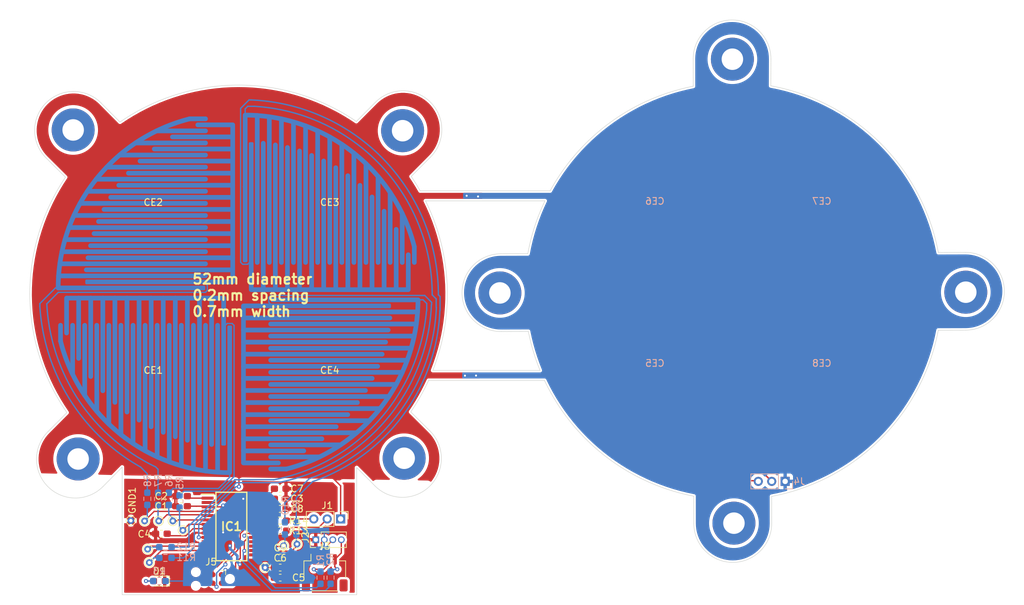
<source format=kicad_pcb>
(kicad_pcb (version 20241229) (generator "pcbnew") (generator_version "9.0")
  (layers (0 "F.Cu" signal) (2 "B.Cu" signal) (13 "F.Paste" user) (15 "B.Paste" user) (5 "F.SilkS" user "F.Silkscreen") (7 "B.SilkS" user "B.Silkscreen") (1 "F.Mask" user) (3 "B.Mask" user) (25 "Edge.Cuts" user))
  (net 0 "")
  (net 1 "Net-(IC1-VCCD)")
  (net 2 "GND")
  (net 3 "VDD")
  (net 4 "Net-(IC1-P5.2)")
  (net 5 "Net-(IC1-P5.3)")
  (net 6 "Net-(IC1-P5.0)")
  (net 7 "Net-(CE1-Pad2)")
  (net 8 "Net-(CE1-Pad1)")
  (net 9 "Net-(CE2-Pad2)")
  (net 10 "Net-(CE2-Pad1)")
  (net 15 "Net-(CE3-Pad1)")
  (net 16 "Net-(CE3-Pad2)")
  (net 17 "Net-(CE4-Pad1)")
  (net 18 "Net-(CE4-Pad2)")
  (net 19 "CAP3B")
  (net 20 "CAP2A")
  (net 21 "Net-(J1-Pin_3)")
  (net 22 "Net-(IC1-P0.1)")
  (net 27 "CAP0B")
  (net 28 "/RESET")
  (net 29 "Net-(IC1-P3.7)")
  (net 30 "CAP0A")
  (net 31 "CAP4A")
  (net 32 "Net-(IC1-P0.0)")
  (net 33 "CAP1A")
  (net 34 "CAP2B")
  (net 35 "CAP4B")
  (net 36 "Net-(IC1-P3.6)")
  (net 37 "CAP1B")
  (net 38 "CAP3A")
  (net 39 "SCL")
  (net 40 "SDA")
  (net 41 "SHIELD")
  (net 42 "Net-(J1-Pin_2)")
  (net 45 "Net-(D1-A)")
  (footprint "ECE382N:07W_02S_52D_COIL_BACK" (layer "F.Cu") (at 114.498103 83.585625 180)
    (property "Reference" "CE2")
    (property "Value" "C")
  )
  (footprint "MountingHole:MountingHole_3.2mm_M3_Pad" (layer "F.Cu") (at 154.300603 84.326125)
    (property "Reference" "H8" (hide yes))
    (property "Value" "~")
  )
  (footprint "ECE382N:07W_02S_52D_COIL_BACK" (layer "F.Cu") (at 116.353103 83.835625 90)
    (property "Reference" "CE3")
    (property "Value" "C")
  )
  (footprint "Capacitor_SMD:C_0603_1608Metric_Pad1.08x0.95mm_HandSolder" (layer "F.Cu") (at 103.875603 120.196125 180)
    (property "Reference" "C4")
    (property "Value" "0.1uF")
  )
  (footprint "TestPoint:TestPoint_THTPad_D1.0mm_Drill0.5mm" (layer "F.Cu") (at 105.575603 118.296125)
    (property "Reference" "TP2" (hide yes))
    (property "Value" "TestPoint")
  )
  (footprint "MountingHole:MountingHole_3.2mm_M3_Pad" (layer "F.Cu") (at 188.940603 49.506125)
    (property "Reference" "H5" (hide yes))
    (property "Value" "~")
  )
  (footprint "LED_SMD:LED_0603_1608Metric" (layer "F.Cu") (at 103.575603 127.246125 180)
    (property "Reference" "D1")
    (property "Value" "LED")
  )
  (footprint "Resistor_SMD:R_0603_1608Metric_Pad0.98x0.95mm_HandSolder" (layer "F.Cu") (at 121.575603 118.246125)
    (property "Reference" "R14")
    (property "Value" "560")
  )
  (footprint "Connector_PinHeader_1.27mm:PinHeader_1x04_P1.27mm_Vertical" (layer "F.Cu") (at 126.870603 121.096125 90)
    (property "Reference" "J2")
    (property "Value" "Conn_01x04")
  )
  (footprint "Capacitor_SMD:C_0603_1608Metric_Pad1.08x0.95mm_HandSolder" (layer "F.Cu") (at 106.875603 116.096125 180)
    (property "Reference" "C1")
    (property "Value" "0.1uF")
  )
  (footprint "ECE382N:07W_02S_52D_COIL_FRONT" (layer "F.Cu") (at 188.255603 83.145125 180)
    (property "Reference" "CE6")
    (property "Value" "C")
  )
  (footprint "TestPoint:TestPoint_THTPad_D1.0mm_Drill0.5mm" (layer "F.Cu") (at 103.475603 118.296125 180)
    (property "Reference" "TP3" (hide yes))
    (property "Value" "TestPoint")
  )
  (footprint "ECE382N:07W_02S_52D_COIL_FRONT" (layer "F.Cu") (at 190.110603 83.395125 90)
    (property "Reference" "CE7")
    (property "Value" "C")
  )
  (footprint "Capacitor_SMD:C_0603_1608Metric_Pad1.08x0.95mm_HandSolder" (layer "F.Cu") (at 121.575603 114.996125)
    (property "Reference" "C3")
    (property "Value" "2.2n")
  )
  (footprint "TestPoint:TestPoint_THTPad_D1.0mm_Drill0.5mm" (layer "F.Cu") (at 101.825603 122.496125 180)
    (property "Reference" "TP8" (hide yes))
    (property "Value" "TestPoint")
  )
  (footprint "MountingHole:MountingHole_3.2mm_M3_Pad" (layer "F.Cu") (at 90.730603 60.046125)
    (property "Reference" "H1" (hide yes))
    (property "Value" "~")
  )
  (footprint "Connector_PinHeader_2.00mm:PinHeader_1x03_P2.00mm_Vertical" (layer "F.Cu") (at 130.575603 117.996125 -90)
    (property "Reference" "J1")
    (property "Value" "Conn_01x03")
  )
  (footprint "Connector_JST:JST_SH_SM04B-SRSS-TB_1x04-1MP_P1.00mm_Horizontal" (layer "F.Cu") (at 128.213404 126.022534)
    (property "Reference" "J3")
    (property "Value" "Conn_01x04")
  )
  (footprint "MountingHole:MountingHole_3.2mm_M3_Pad" (layer "F.Cu") (at 223.710603 84.216125)
    (property "Reference" "H6" (hide yes))
    (property "Value" "~")
  )
  (footprint "ECE382N:SOP65P780X200-28N" (layer "F.Cu") (at 114.299108 119.121125)
    (property "Reference" "IC1")
    (property "Value" "CY8C4145PVI-PS431" (hide yes))
  )
  (footprint "TestPoint:TestPoint_THTPad_D1.0mm_Drill0.5mm" (layer "F.Cu") (at 101.375603 118.296125 180)
    (property "Reference" "TP4" (hide yes))
    (property "Value" "TestPoint")
  )
  (footprint "MountingHole:MountingHole_3.2mm_M3_Pad" (layer "F.Cu") (at 140.040603 108.956125)
    (property "Reference" "H4" (hide yes))
    (property "Value" "~")
  )
  (footprint "ECE382N:07W_02S_52D_COIL_BACK" (layer "F.Cu") (at 114.048103 85.096625 -90)
    (property "Reference" "CE1")
    (property "Value" "C")
  )
  (footprint "TestPoint:TestPoint_THTPad_D1.0mm_Drill0.5mm" (layer "F.Cu") (at 124.075603 121.746125 90)
    (property "Reference" "TP5" (hide yes))
    (property "Value" "TestPoint")
  )
  (footprint "TestPoint:TestPoint_THTPad_D1.0mm_Drill0.5mm" (layer "F.Cu") (at 122.075603 121.996125)
    (property "Reference" "TP6" (hide yes))
    (property "Value" "TestPoint")
  )
  (footprint "ECE382N:07W_02S_52D_COIL_BACK" (layer "F.Cu") (at 116.103103 85.356625)
    (property "Reference" "CE4")
    (property "Value" "C")
  )
  (footprint "Capacitor_SMD:C_0603_1608Metric_Pad1.08x0.95mm_HandSolder" (layer "F.Cu") (at 121.575603 116.496125)
    (property "Reference" "C8")
    (property "Value" "470n")
  )
  (footprint "TestPoint:TestPoint_THTPad_D1.0mm_Drill0.5mm" (layer "F.Cu") (at 102.075603 124.496125 180)
    (property "Reference" "TP7" (hide yes))
    (property "Value" "TestPoint")
  )
  (footprint "ECE382N:07W_02S_52D_COIL_FRONT" (layer "F.Cu") (at 189.860603 84.916125)
    (property "Reference" "CE8")
    (property "Value" "C")
  )
  (footprint "Connector:Tag-Connect_TC2030-IDC-NL_2x03_P1.27mm_Vertical" (layer "F.Cu") (at 111.545603 126.935 180)
    (property "Reference" "J5")
    (property "Value" "Conn_ARM_SWD_TagConnect_TC2030-NL")
  )
  (footprint "TestPoint:TestPoint_THTPad_D1.0mm_Drill0.5mm" (layer "F.Cu") (at 119.325603 125.246125 180)
    (property "Reference" "VDDD1" (hide yes))
    (property "Value" "TestPoint")
  )
  (footprint "ECE382N:07W_02S_52D_COIL_FRONT" (layer "F.Cu") (at 187.805603 84.656125 -90)
    (property "Reference" "CE5")
    (property "Value" "C")
  )
  (footprint "Capacitor_SMD:C_0603_1608Metric_Pad1.08x0.95mm_HandSolder" (layer "F.Cu") (at 121.575603 126.746125)
    (property "Reference" "C5")
    (property "Value" "470n")
  )
  (footprint "MountingHole:MountingHole_3.2mm_M3_Pad" (layer "F.Cu") (at 91.470603 109.066125)
    (property "Reference" "H3" (hide yes))
    (property "Value" "~")
  )
  (footprint "MountingHole:MountingHole_3.2mm_M3_Pad" (layer "F.Cu") (at 189.170603 118.626125)
    (property "Reference" "H7" (hide yes))
    (property "Value" "~")
  )
  (footprint "TestPoint:TestPoint_THTPad_D1.0mm_Drill0.5mm" (layer "F.Cu") (at 99.325603 118.246125 -90)
    (property "Reference" "GND1")
    (property "Value" "TestPoint")
  )
  (footprint "Resistor_SMD:R_0603_1608Metric_Pad0.98x0.95mm_HandSolder" (layer "F.Cu") (at 121.575603 119.746125)
    (property "Reference" "R13")
    (property "Value" "560")
  )
  (footprint "Capacitor_SMD:C_0603_1608Metric_Pad1.08x0.95mm_HandSolder" (layer "F.Cu") (at 121.575603 123.746125)
    (property "Reference" "C9")
    (property "Value" "0.1uF")
  )
  (footprint "Capacitor_SMD:C_0603_1608Metric_Pad1.08x0.95mm_HandSolder" (layer "F.Cu") (at 106.875603 114.596125 180)
    (property "Reference" "C2")
    (property "Value" "0.1uF")
  )
  (footprint "Capacitor_SMD:C_0603_1608Metric_Pad1.08x0.95mm_HandSolder" (layer "F.Cu") (at 121.575603 113.496125)
    (property "Reference" "C7")
    (property "Value" "470n")
  )
  (footprint "Capacitor_SMD:C_0603_1608Metric_Pad1.08x0.95mm_HandSolder" (layer "F.Cu") (at 121.575603 125.246125)
    (property "Reference" "C6")
    (property "Value" "470n")
  )
  (footprint "MountingHole:MountingHole_3.2mm_M3_Pad" (layer "F.Cu") (at 139.810603 60.156125)
    (property "Reference" "H2" (hide yes))
    (property "Value" "~")
  )
  (footprint "TestPoint:TestPoint_THTPad_D1.0mm_Drill0.5mm" (layer "F.Cu") (at 107.075603 119.696125)
    (property "Reference" "TP1" (hide yes))
    (property "Value" "TestPoint")
  )
  (footprint "Resistor_SMD:R_0603_1608Metric_Pad0.98x0.95mm_HandSolder" (layer "B.Cu") (at 104.475603 123.796125)
    (property "Reference" "R11")
    (property "Value" "560")
  )
  (footprint "Connector_PinHeader_2.00mm:PinHeader_1x03_P2.00mm_Vertical" (layer "B.Cu") (at 196.8 112.4 90)
    (property "Reference" "J4")
    (property "Value" "Conn_01x03")
  )
  (footprint "Resistor_SMD:R_0603_1608Metric_Pad0.98x0.95mm_HandSolder" (layer "B.Cu") (at 106.575603 115.396125 90)
    (property "Reference" "R5")
    (property "Value" "560")
  )
  (footprint "Resistor_SMD:R_0603_1608Metric_Pad0.98x0.95mm_HandSolder" (layer "B.Cu") (at 101.775603 114.996125 90)
    (property "Reference" "R8")
    (property "Value" "560")
  )
  (footprint "Resistor_SMD:R_0603_1608Metric_Pad0.98x0.95mm_HandSolder" (layer "B.Cu") (at 104.475603 122.196125)
    (property "Reference" "R12")
    (property "Value" "560")
  )
  (footprint "Resistor_SMD:R_0603_1608Metric_Pad0.98x0.95mm_HandSolder" (layer "B.Cu") (at 104.975603 114.996125 90)
    (property "Reference" "R6")
    (property "Value" "560")
  )
  (footprint "Resistor_SMD:R_0603_1608Metric_Pad0.98x0.95mm_HandSolder" (layer "B.Cu") (at 103.575603 127.246125 180)
    (property "Reference" "R3")
    (property "Value" "560")
  )
  (footprint "Resistor_SMD:R_0603_1608Metric_Pad0.98x0.95mm_HandSolder" (layer "B.Cu") (at 127.575603 126.746125 90)
    (property "Reference" "R1")
    (property "Value" "560")
  )
  (footprint "Resistor_SMD:R_0603_1608Metric_Pad0.98x0.95mm_HandSolder" (layer "B.Cu") (at 122.275603 119.396125 90)
    (property "Reference" "R10")
    (property "Value" "560")
  )
  (footprint "Resistor_SMD:R_0603_1608Metric_Pad0.98x0.95mm_HandSolder" (layer "B.Cu") (at 103.375603 114.996125 90)
    (property "Reference" "R7")
    (property "Value" "560")
  )
  (footprint "Resistor_SMD:R_0603_1608Metric_Pad0.98x0.95mm_HandSolder" (layer "B.Cu") (at 129.075603 126.746125 90)
    (property "Reference" "R2")
    (property "Value" "560")
  )
  (footprint "Resistor_SMD:R_0603_1608Metric_Pad0.98x0.95mm_HandSolder" (layer "B.Cu") (at 123.975603 119.396125 90)
    (property "Reference" "R9")
    (property "Value" "560")
  )
  (gr_arc (start 183.958912 112.025601) (mid 169.846686 63.027486) (end 217.4 81.43) (stroke (width 0.2)) (layer "F.Cu") (net 21))
  (gr_arc (start 144.841534 86.487411) (mid 139.3 102.15) (end 125.910603 111.986125) (stroke (width 0.2)) (layer "B.Cu") (net 16))
  (gr_arc (start 143.365011 87.046493) (mid 136.178297 103.414632) (end 120.590603 112.166125) (stroke (width 0.2)) (layer "B.Cu") (net 18))
  (gr_arc (start 100.763454 110.256548) (mid 90.230201 100.19976) (end 85.770603 86.336125) (stroke (width 0.2)) (layer "B.Cu") (net 9))
  (gr_arc (start 103.014512 110.23986) (mid 91.565423 100.324185) (end 86.803738 85.946125) (stroke (width 0.2)) (layer "B.Cu") (net 10))
  (gr_arc (start 145.363761 86.96501) (mid 139.81116 102.625678) (end 126.400603 112.436125) (stroke (width 0.2)) (layer "B.Cu") (net 15))
  (gr_arc (start 117.750603 56.525183) (mid 136.560315 65.317527) (end 144.220256 84.616125) (stroke (width 0.2)) (layer "B.Cu") (net 16))
  (gr_arc (start 117.220603 55.576065) (mid 137.029427 64.473282) (end 145.142125 84.616125) (stroke (width 0.2)) (layer "B.Cu") (net 15))
  (gr_arc (start 144.103438 86.074997) (mid 137.280847 103.318979) (end 121.22 112.59) (stroke (width 0.2)) (layer "B.Cu") (net 17))
  (gr_arc (start 223.651497 78.289511) (mid 229.459757 84.063598) (end 223.685657 89.871859) (stroke (width 0.076)) (layer "Edge.Cuts"))
  (gr_line (start 158.461984 78.481857) (end 154.404418 78.493829) (stroke (width 0.076)) (layer "Edge.Cuts"))
  (gr_arc (start 141.098387 66.97434) (mid 141.786265 68.031544) (end 142.43071 69.115769) (stroke (width 0.076)) (layer "Edge.Cuts"))
  (gr_line (start 194.682781 49.489631) (end 194.666875 53.468563) (stroke (width 0.076)) (layer "Edge.Cuts"))
  (gr_line (start 143.84 104.84) (end 141.030272 102.049989) (stroke (width 0.076)) (layer "Edge.Cuts"))
  (gr_line (start 160.944964 97.363487) (end 143.678563 97.363487) (stroke (width 0.076)) (layer "Edge.Cuts"))
  (gr_arc (start 160.285344 95.868899) (mid 159.271853 93.008977) (end 158.541849 90.063913) (stroke (width 0.076)) (layer "Edge.Cuts"))
  (gr_line (start 144.313293 95.868899) (end 160.285344 95.868899) (stroke (width 0.076)) (layer "Edge.Cuts"))
  (gr_arc (start 154.50133 90.075825) (mid 148.661705 84.3019) (end 154.404418 78.493829) (stroke (width 0.076)) (layer "Edge.Cuts"))
  (gr_line (start 89.580603 67.086125) (end 86.72 64.241158) (stroke (width 0.076)) (layer "Edge.Cuts"))
  (gr_line (start 154.50133 90.075825) (end 158.541849 90.063913) (stroke (width 0.076)) (layer "Edge.Cuts"))
  (gr_line (start 89.795118 102.152737) (end 86.978563 104.98596) (stroke (width 0.076)) (layer "Edge.Cuts"))
  (gr_arc (start 143.678563 97.363487) (mid 142.455996 99.764139) (end 141.030272 102.049989) (stroke (width 0.076)) (layer "Edge.Cuts"))
  (gr_line (start 98.032045 110.279773) (end 98.032045 129.291112) (stroke (width 0.076)) (layer "Edge.Cuts"))
  (gr_arc (start 219.613758 89.883864) (mid 211.022144 106.088748) (end 194.79456 114.63741) (stroke (width 0.076)) (layer "Edge.Cuts"))
  (gr_line (start 161.016654 70.610357) (end 143.225581 70.610357) (stroke (width 0.076)) (layer "Edge.Cuts"))
  (gr_arc (start 135.753366 55.922479) (mid 143.945009 55.896617) (end 143.969165 64.086586) (stroke (width 0.076)) (layer "Edge.Cuts"))
  (gr_line (start 135.756738 55.919088) (end 132.916505 58.776131) (stroke (width 0.076)) (layer "Edge.Cuts"))
  (gr_line (start 135.699468 113.081652) (end 132.970821 110.360303) (stroke (width 0.076)) (layer "Edge.Cuts"))
  (gr_arc (start 183.187911 114.605833) (mid 170.004705 108.644333) (end 160.944964 97.363487) (stroke (width 0.076)) (layer "Edge.Cuts"))
  (gr_arc (start 158.461984 78.481857) (mid 159.47635 74.460762) (end 161.016654 70.610357) (stroke (width 0.076)) (layer "Edge.Cuts"))
  (gr_line (start 98.032045 129.291112) (end 132.970821 129.291112) (stroke (width 0.076)) (layer "Edge.Cuts"))
  (gr_line (start 219.613758 89.883864) (end 223.685657 89.871859) (stroke (width 0.076)) (layer "Edge.Cuts"))
  (gr_line (start 183.193351 118.668423) (end 183.187911 114.605833) (stroke (width 0.076)) (layer "Edge.Cuts"))
  (gr_arc (start 194.666875 53.468563) (mid 210.998023 62.013559) (end 219.625303 78.30139) (stroke (width 0.076)) (layer "Edge.Cuts"))
  (gr_line (start 94.906774 56.040454) (end 97.708772 58.864943) (stroke (width 0.076)) (layer "Edge.Cuts"))
  (gr_line (start 183.106139 53.534334) (end 183.100623 49.414925) (stroke (width 0.076)) (layer "Edge.Cuts"))
  (gr_arc (start 161.783891 69.115769) (mid 170.709203 58.949699) (end 183.106139 53.534334) (stroke (width 0.076)) (layer "Edge.Cuts"))
  (gr_line (start 194.8 118.7) (end 194.79456 114.63741) (stroke (width 0.076)) (layer "Edge.Cuts"))
  (gr_arc (start 97.70877 58.864942) (mid 115.298862 53.359302) (end 132.916506 58.776129) (stroke (width 0.076)) (layer "Edge.Cuts"))
  (gr_arc (start 143.225581 70.610357) (mid 146.451599 83.124126) (end 144.313292 95.868899) (stroke (width 0.076)) (layer "Edge.Cuts"))
  (gr_arc (start 95.192553 113.151649) (mid 86.980664 113.197973) (end 86.978563 104.98596) (stroke (width 0.076)) (layer "Edge.Cuts"))
  (gr_arc (start 89.795116 102.152738) (mid 84.274824 84.652545) (end 89.580603 67.086125) (stroke (width 0.076)) (layer "Edge.Cuts"))
  (gr_arc (start 143.84 104.84) (mid 143.91681 113.058731) (end 135.697756 113.082845) (stroke (width 0.076)) (layer "Edge.Cuts"))
  (gr_arc (start 86.72 64.241158) (mid 86.682853 56.013288) (end 94.910774 56.036519) (stroke (width 0.076)) (layer "Edge.Cuts"))
  (gr_arc (start 194.8 118.7) (mid 188.980924 124.473576) (end 183.193351 118.668423) (stroke (width 0.076)) (layer "Edge.Cuts"))
  (gr_line (start 141.098387 66.97434) (end 143.969165 64.086586) (stroke (width 0.076)) (layer "Edge.Cuts"))
  (gr_line (start 223.651497 78.289511) (end 219.625303 78.30139) (stroke (width 0.076)) (layer "Edge.Cuts"))
  (gr_line (start 132.970821 129.291112) (end 132.970821 110.360303) (stroke (width 0.076)) (layer "Edge.Cuts"))
  (gr_line (start 95.192553 113.151649) (end 98.032045 110.279773) (stroke (width 0.076)) (layer "Edge.Cuts"))
  (gr_line (start 142.43071 69.115769) (end 161.783891 69.115769) (stroke (width 0.076)) (layer "Edge.Cuts"))
  (gr_arc (start 183.100623 49.414925) (mid 188.883947 43.661254) (end 194.682781 49.489631) (stroke (width 0.076)) (layer "Edge.Cuts"))
  (gr_text "52mm diameter\n0.2mm spacing\n0.7mm width" (at 108.34 87.98 0) (layer "F.SilkS") (effects (font (size 1.5 1.5) (thickness 0.3) (bold yes)) (justify left bottom)))
  (segment (start 108.175603 114.896125) (end 110.761108 114.896125) (width 0.2) (layer "F.Cu") (net 1))
  (segment (start 110.761108 120.096125) (end 108.508389 120.096125) (width 0.2) (layer "F.Cu") (net 2))
  (segment (start 126.870603 123.865335) (end 126.713404 124.022534) (width 0.2) (layer "F.Cu") (net 2))
  (segment (start 126.870603 121.096125) (end 126.870603 123.865335) (width 0.2) (layer "F.Cu") (net 2))
  (segment (start 129.599603 119.270125) (end 129.599603 115.520125) (width 0.2) (layer "F.Cu") (net 2))
  (segment (start 108.508389 120.096125) (end 107.632389 120.972125) (width 0.2) (layer "F.Cu") (net 2))
  (segment (start 107.632389 120.972125) (end 103.789102 120.972125) (width 0.2) (layer "F.Cu") (net 2))
  (segment (start 103.789102 120.972125) (end 103.013102 120.196125) (width 0.2) (layer "F.Cu") (net 2))
  (segment (start 113.075603 114.996125) (end 114.075603 114.996125) (width 0.2) (layer "F.Cu") (net 2))
  (segment (start 110.761108 115.546125) (end 112.525603 115.546125) (width 0.2) (layer "F.Cu") (net 2))
  (segment (start 112.525603 115.546125) (end 113.075603 114.996125) (width 0.2) (layer "F.Cu") (net 2))
  (via (at 114.075603 121.996125) (size 0.6) (drill 0.3) (layers "F.Cu" "B.Cu") (net 2))
  (via (at 115.559888 124.76184) (size 0.6) (drill 0.3) (layers "F.Cu" "B.Cu") (net 2))
  (segment (start 115.184888 123.494888) (end 114.075603 122.385603) (width 0.4) (layer "B.Cu") (net 2))
  (segment (start 114.075603 122.385603) (end 114.075603 121.996125) (width 0.4) (layer "B.Cu") (net 2))
  (segment (start 115.559888 124.76184) (end 115.184888 124.38684) (width 0.4) (layer "B.Cu") (net 2))
  (segment (start 115.184888 124.38684) (end 115.184888 123.494888) (width 0.4) (layer "B.Cu") (net 2))
  (segment (start 110.761108 116.196125) (end 112.875603 116.196125) (width 0.2) (layer "F.Cu") (net 3))
  (segment (start 113.225855 125.772938) (end 113.225855 125.985873) (width 0.2) (layer "F.Cu") (net 3))
  (segment (start 110.661108 116.096125) (end 110.761108 116.196125) (width 0.2) (layer "F.Cu") (net 3))
  (segment (start 107.540289 120.497125) (end 108.591289 119.446125) (width 0.2) (layer "F.Cu") (net 3))
  (segment (start 107.738103 116.096125) (end 109.075603 116.096125) (width 0.2) (layer "F.Cu") (net 3))
  (segment (start 105.039104 120.497125) (end 107.540289 120.497125) (width 0.2) (layer "F.Cu") (net 3))
  (segment (start 120.313103 123.346125) (end 120.713103 123.746125) (width 0.2) (layer "F.Cu") (net 3))
  (segment (start 109.075603 116.096125) (end 110.661108 116.096125) (width 0.2) (layer "F.Cu") (net 3))
  (segment (start 113.41592 125.582873) (end 113.225855 125.772938) (width 0.2) (layer "F.Cu") (net 3))
  (segment (start 112.525603 119.446125) (end 113.075603 119.996125) (width 0.2) (layer "F.Cu") (net 3))
  (segment (start 108.591289 119.446125) (end 110.761108 119.446125) (width 0.2) (layer "F.Cu") (net 3))
  (segment (start 113.225855 125.985873) (end 112.815603 126.396125) (width 0.2) (layer "F.Cu") (net 3))
  (segment (start 117.837108 114.896125) (end 116.175603 114.896125) (width 0.2) (layer "F.Cu") (net 3))
  (segment (start 128.140603 121.096125) (end 127.713404 121.523324) (width 0.2) (layer "F.Cu") (net 3))
  (segment (start 116.175603 114.896125) (end 116.075603 114.996125) (width 0.2) (layer "F.Cu") (net 3))
  (segment (start 127.713404 124.022534) (end 127.713404 122.496125) (width 0.2) (layer "F.Cu") (net 3))
  (segment (start 104.738104 120.196125) (end 105.039104 120.497125) (width 0.2) (layer "F.Cu") (net 3))
  (segment (start 119.325603 125.246125) (end 120.713102 125.246125) (width 0.2) (layer "F.Cu") (net 3))
  (segment (start 110.761108 119.446125) (end 112.525603 119.446125) (width 0.2) (layer "F.Cu") (net 3))
  (segment (start 112.875603 116.196125) (end 113.075603 115.996125) (width 0.2) (layer "F.Cu") (net 3))
  (segment (start 127.713404 121.523324) (end 127.713404 122.496125) (width 0.2) (layer "F.Cu") (net 3))
  (segment (start 120.713102 126.746125) (end 120.713103 123.746125) (width 0.2) (layer "F.Cu") (net 3))
  (segment (start 117.837108 123.346125) (end 120.313103 123.346125) (width 0.2) (layer "F.Cu") (net 3))
  (via (at 113.075603 115.996125) (size 0.6) (drill 0.3) (layers "F.Cu" "B.Cu") (net 3))
  (via (at 127.713404 122.496125) (size 0.6) (drill 0.3) (layers "F.Cu" "B.Cu") (net 3))
  (via (at 113.41592 125.582873) (size 0.6) (drill 0.3) (layers "F.Cu" "B.Cu") (net 3))
  (via (at 113.075603 119.996125) (size 0.6) (drill 0.3) (layers "F.Cu" "B.Cu") (net 3))
  (via (at 116.075603 114.996125) (size 0.6) (drill 0.3) (layers "F.Cu" "B.Cu") (net 3))
  (segment (start 128.140603 121.096125) (end 128.140603 121.931125) (width 0.2) (layer "B.Cu") (net 3))
  (segment (start 128.075603 121.996125) (end 127.575603 122.496125) (width 0.2) (layer "B.Cu") (net 3))
  (segment (start 128.140603 121.931125) (end 128.075603 121.996125) (width 0.2) (layer "B.Cu") (net 3))
  (segment (start 128.140603 121.096125) (end 128.140603 119.561125) (width 0.2) (layer "B.Cu") (net 3))
  (segment (start 104.488103 127.246125) (end 107.325603 127.246125) (width 0.2) (layer "B.Cu") (net 3))
  (segment (start 120.275603 114.733624) (end 118.813102 116.196125) (width 0.2) (layer "F.Cu") (net 4))
  (segment (start 118.813102 116.196125) (end 117.837108 116.196125) (width 0.2) (layer "F.Cu") (net 4))
  (segment (start 117.837108 115.546125) (end 117.888108 115.597125) (width 0.2) (layer "F.Cu") (net 5))
  (segment (start 118.724603 115.597125) (end 120.713102 113.608626) (width 0.2) (layer "F.Cu") (net 5))
  (segment (start 120.713102 113.608626) (end 120.713102 113.496125) (width 0.2) (layer "F.Cu") (net 5))
  (segment (start 117.888108 115.597125) (end 118.724603 115.597125) (width 0.2) (layer "F.Cu") (net 5))
  (segment (start 120.063102 116.846125) (end 117.837108 116.846125) (width 0.2) (layer "F.Cu") (net 6))
  (segment (start 120.475603 116.433624) (end 120.063102 116.846125) (width 0.2) (layer "F.Cu") (net 6))
  (segment (start 105.603103 113.456125) (end 112.37269 113.456125) (width 0.2) (layer "B.Cu") (net 7))
  (segment (start 104.975603 114.083625) (end 105.603103 113.456125) (width 0.2) (layer "B.Cu") (net 7))
  (segment (start 112.37269 113.456125) (end 114.048103 111.780712) (width 0.2) (layer "B.Cu") (net 7))
  (segment (start 114.048103 111.780712) (end 114.048103 100.154625) (width 0.2) (layer "B.Cu") (net 7))
  (segment (start 114.699103 89.152611) (end 114.699103 111.696812) (width 0.2) (layer "B.Cu") (net 8))
  (segment (start 112.20659 113.857125) (end 107.202103 113.857125) (width 0.2) (layer "B.Cu") (net 8))
  (segment (start 112.58979 113.806125) (end 112.53879 113.857125) (width 0.2) (layer "B.Cu") (net 8))
  (segment (start 113.148103 96.096625) (end 113.148103 89.401611) (width 0.2) (layer "B.Cu") (net 8))
  (segment (start 114.214203 112.181712) (end 112.77369 113.622225) (width 0.2) (layer "B.Cu") (net 8))
  (segment (start 112.53879 113.857125) (end 112.20659 113.857125) (width 0.2) (layer "B.Cu") (net 8))
  (segment (start 114.699103 111.696812) (end 114.449103 111.946812) (width 0.2) (layer "B.Cu") (net 8))
  (segment (start 113.148103 89.401611) (end 113.671089 88.878625) (width 0.2) (layer "B.Cu") (net 8))
  (segment (start 112.77369 113.622225) (end 112.58979 113.806125) (width 0.2) (layer "B.Cu") (net 8))
  (segment (start 114.449103 111.946812) (end 114.214203 112.181712) (width 0.2) (layer "B.Cu") (net 8))
  (segment (start 114.425117 88.878625) (end 114.699103 89.152611) (width 0.2) (layer "B.Cu") (net 8))
  (segment (start 113.671089 88.878625) (end 114.425117 88.878625) (width 0.2) (layer "B.Cu") (net 8))
  (segment (start 107.202103 113.857125) (end 106.575603 114.483625) (width 0.2) (layer "B.Cu") (net 8))
  (segment (start 85.770603 85.906125) (end 88.091103 83.585625) (width 0.2) (layer "B.Cu") (net 9))
  (segment (start 101.775603 114.083625) (end 101.775603 111.268697) (width 0.2) (layer "B.Cu") (net 9))
  (segment (start 85.770603 86.336125) (end 85.770603 85.906125) (width 0.2) (layer "B.Cu") (net 9))
  (segment (start 88.091103 83.585625) (end 99.440103 83.585625) (width 0.2) (layer "B.Cu") (net 9))
  (segment (start 101.775603 111.268697) (end 100.763454 110.256548) (width 0.2) (layer "B.Cu") (net 9))
  (segment (start 110.472617 84.206125) (end 110.442117 84.236625) (width 0.2) (layer "B.Cu") (net 10))
  (segment (start 110.716103 83.208611) (end 110.716103 83.962639) (width 0.2) (layer "B.Cu") (net 10))
  (segment (start 110.193117 82.685625) (end 110.442117 82.934625) (width 0.2) (layer "B.Cu") (net 10))
  (segment (start 110.716103 83.962639) (end 110.472617 84.206125) (width 0.2) (layer "B.Cu") (net 10))
  (segment (start 110.442117 82.934625) (end 110.716103 83.208611) (width 0.2) (layer "B.Cu") (net 10))
  (segment (start 103.498103 82.685625) (end 110.193117 82.685625) (width 0.2) (layer "B.Cu") (net 10))
  (segment (start 103.375603 110.600951) (end 103.375603 114.083625) (width 0.2) (layer "B.Cu") (net 10))
  (segment (start 103.014512 110.23986) (end 103.375603 110.600951) (width 0.2) (layer "B.Cu") (net 10))
  (segment (start 110.442117 84.236625) (end 88.513238 84.236625) (width 0.2) (layer "B.Cu") (net 10))
  (segment (start 88.513238 84.236625) (end 86.803738 85.946125) (width 0.2) (layer "B.Cu") (net 10))
  (segment (start 145.390603 84.864603) (end 145.390603 86.966125) (width 0.2) (layer "B.Cu") (net 15))
  (segment (start 123.975603 114.861125) (end 126.400603 112.436125) (width 0.2) (layer "B.Cu") (net 15))
  (segment (start 117.253103 72.835625) (end 117.253103 79.530639) (width 0.2) (layer "B.Cu") (net 15))
  (segment (start 123.975603 118.483625) (end 123.975603 114.861125) (width 0.2) (layer "B.Cu") (net 15))
  (segment (start 115.976089 80.053625) (end 115.678661 79.756197) (width 0.2) (layer "B.Cu") (net 15))
  (segment (start 117.253103 79.530639) (end 116.730117 80.053625) (width 0.2) (layer "B.Cu") (net 15))
  (segment (start 116.930663 55.576065) (end 117.220603 55.576065) (width 0.2) (layer "B.Cu") (net 15))
  (segment (start 115.678661 79.756197) (end 115.678661 56.828067) (width 0.2) (layer "B.Cu") (net 15))
  (segment (start 115.678661 56.828067) (end 116.930663 55.576065) (width 0.2) (layer "B.Cu") (net 15))
  (segment (start 116.730117 80.053625) (end 115.976089 80.053625) (width 0.2) (layer "B.Cu") (net 15))
  (segment (start 145.142125 84.616125) (end 145.390603 84.864603) (width 0.2) (layer "B.Cu") (net 15))
  (segment (start 116.353103 56.911538) (end 116.739458 56.525183) (width 0.2) (layer "B.Cu") (net 16))
  (segment (start 144.220256 84.616125) (end 144.810603 85.206472) (width 0.2) (layer "B.Cu") (net 16))
  (segment (start 144.810603 85.206472) (end 144.810603 86.486125) (width 0.2) (layer "B.Cu") (net 16))
  (segment (start 116.353103 68.777625) (end 116.079661 68.504183) (width 0.2) (layer "B.Cu") (net 16))
  (segment (start 122.275603 115.621125) (end 125.910603 111.986125) (width 0.2) (layer "B.Cu") (net 16))
  (segment (start 116.739458 56.525183) (end 117.750603 56.525183) (width 0.2) (layer "B.Cu") (net 16))
  (segment (start 122.275603 118.483625) (end 122.275603 115.621125) (width 0.2) (layer "B.Cu") (net 16))
  (segment (start 116.353103 68.777625) (end 116.353103 56.911538) (width 0.2) (layer "B.Cu") (net 16))
  (segment (start 122.375603 118.383625) (end 122.275603 118.483625) (width 0.2) (layer "B.Cu") (net 16))
  (segment (start 115.030603 112.586125) (end 120.443927 112.586125) (width 0.2) (layer "B.Cu") (net 17))
  (segment (start 108.775603 122.196125) (end 108.775603 118.841125) (width 0.2) (layer "B.Cu") (net 17))
  (segment (start 144.130603 85.726125) (end 144.130603 86.076125) (width 0.2) (layer "B.Cu") (net 17))
  (segment (start 120.408089 86.256625) (end 119.885103 85.733639) (width 0.2) (layer "B.Cu") (net 17))
  (segment (start 127.103103 86.256625) (end 120.408089 86.256625) (width 0.2) (layer "B.Cu") (net 17))
  (segment (start 120.443927 112.586125) (end 121.236616 112.586125) (width 0.2) (layer "B.Cu") (net 17))
  (segment (start 143.110103 84.705625) (end 144.130603 85.726125) (width 0.2) (layer "B.Cu") (net 17))
  (segment (start 119.885103 84.979611) (end 120.159089 84.705625) (width 0.2) (layer "B.Cu") (net 17))
  (segment (start 105.388103 123.796125) (end 107.175603 123.796125) (width 0.2) (layer "B.Cu") (net 17))
  (segment (start 119.885103 85.733639) (end 119.885103 84.979611) (width 0.2) (layer "B.Cu") (net 17))
  (segment (start 108.775603 118.841125) (end 115.030603 112.586125) (width 0.2) (layer "B.Cu") (net 17))
  (segment (start 107.175603 123.796125) (end 108.775603 122.196125) (width 0.2) (layer "B.Cu") (net 17))
  (segment (start 120.159089 84.705625) (end 143.110103 84.705625) (width 0.2) (layer "B.Cu") (net 17))
  (segment (start 112.04049 114.976238) (end 112.04049 114.922524) (width 0.2) (layer "B.Cu") (net 18))
  (segment (start 131.161103 85.356625) (end 142.864003 85.356625) (width 0.2) (layer "B.Cu") (net 18))
  (segment (start 143.400603 85.893225) (end 143.400603 86.986125) (width 0.2) (layer "B.Cu") (net 18))
  (segment (start 112.04049 114.976238) (end 107.975603 119.041125) (width 0.2) (layer "B.Cu") (net 18))
  (segment (start 142.864003 85.356625) (end 143.400603 85.893225) (width 0.2) (layer "B.Cu") (net 18))
  (segment (start 120.581027 112.156125) (end 114.80689 112.156125) (width 0.2) (layer "B.Cu") (net 18))
  (segment (start 107.975603 122.196125) (end 105.388103 122.196125) (width 0.2) (layer "B.Cu") (net 18))
  (segment (start 114.80689 112.156125) (end 112.808746 114.154268) (width 0.2) (layer "B.Cu") (net 18))
  (segment (start 107.975603 119.041125) (end 107.975603 122.196125) (width 0.2) (layer "B.Cu") (net 18))
  (segment (start 112.04049 114.922524) (end 112.808746 114.154268) (width 0.2) (layer "B.Cu") (net 18))
  (segment (start 117.837108 122.046125) (end 117.888108 122.097125) (width 0.2) (layer "F.Cu") (net 19))
  (segment (start 121.974603 122.097125) (end 122.075603 121.996125) (width 0.2) (layer "F.Cu") (net 19))
  (segment (start 117.837108 122.170125) (end 117.837108 122.046125) (width 0.2) (layer "F.Cu") (net 19))
  (segment (start 117.888108 122.097125) (end 121.974603 122.097125) (width 0.2) (layer "F.Cu") (net 19))
  (segment (start 122.275603 121.796125) (end 122.075603 121.996125) (width 0.2) (layer "B.Cu") (net 19))
  (segment (start 122.275603 120.308625) (end 122.275603 121.796125) (width 0.2) (layer "B.Cu") (net 19))
  (segment (start 104.699603 117.372125) (end 103.675603 118.396125) (width 0.2) (layer "F.Cu") (net 20))
  (segment (start 110.637108 117.372125) (end 104.699603 117.372125) (width 0.2) (layer "F.Cu") (net 20))
  (segment (start 110.761108 117.496125) (end 110.637108 117.372125) (width 0.2) (layer "F.Cu") (net 20))
  (segment (start 103.375603 118.196125) (end 103.475603 118.296125) (width 0.2) (layer "B.Cu") (net 20))
  (segment (start 103.375603 115.908625) (end 103.375603 118.196125) (width 0.2) (layer "B.Cu") (net 20))
  (segment (start 103.575603 118.296125) (end 103.675603 118.396125) (width 0.2) (layer "B.Cu") (net 20))
  (segment (start 103.475603 118.296125) (end 103.575603 118.296125) (width 0.2) (layer "B.Cu") (net 20))
  (segment (start 188.037239 111.862761) (end 189.562761 111.862761) (width 0.2) (layer "F.Cu") (net 21))
  (segment (start 122.988103 117.996125) (end 122.488103 118.496125) (width 0.2) (layer "F.Cu") (net 21))
  (segment (start 187.25969 112.126125) (end 184.059436 112.126125) (width 0.2) (layer "F.Cu") (net 21))
  (segment (start 192.7 112.3) (end 192.8 112.4) (width 0.2) (layer "F.Cu") (net 21))
  (segment (start 187.805603 99.714125) (end 187.805603 111.516125) (width 0.2) (layer "F.Cu") (net 21))
  (segment (start 189.562761 111.862761) (end 190 112.3) (width 0.2) (layer "F.Cu") (net 21))
  (segment (start 187.805603 111.516125) (end 187.805603 111.580212) (width 0.2) (layer "F.Cu") (net 21))
  (segment (start 190.110603 59.779472) (end 186.247256 55.916125) (width 0.2) (layer "F.Cu") (net 21))
  (segment (start 190 112.3) (end 192.7 112.3) (width 0.2) (layer "F.Cu") (net 21))
  (segment (start 184.059436 112.126125) (end 183.958912 112.025601) (width 0.2) (layer "F.Cu") (net 21))
  (segment (start 173.197603 83.145125) (end 164.063113 83.145125) (width 0.2) (layer "F.Cu") (net 21))
  (segment (start 187.805603 111.516125) (end 187.805603 111.631125) (width 0.2) (layer "F.Cu") (net 21))
  (segment (start 164.063113 83.145125) (end 160.598273 86.609965) (width 0.2) (layer "F.Cu") (net 21))
  (segment (start 190.110603 68.337125) (end 190.110603 59.779472) (width 0.2) (layer "F.Cu") (net 21))
  (segment (start 126.575603 117.996125) (end 122.988103 117.996125) (width 0.2) (layer "F.Cu") (net 21))
  (segment (start 204.918603 84.916125) (end 214.513875 84.916125) (width 0.2) (layer "F.Cu") (net 21))
  (segment (start 187.805603 111.631125) (end 188.037239 111.862761) (width 0.2) (layer "F.Cu") (net 21))
  (segment (start 186.247256 55.916125) (end 183.910603 55.916125) (width 0.2) (layer "F.Cu") (net 21))
  (segment (start 217.4 82.03) (end 217.4 81.43) (width 0.2) (layer "F.Cu") (net 21))
  (segment (start 214.513875 84.916125) (end 217.4 82.03) (width 0.2) (layer "F.Cu") (net 21))
  (segment (start 187.805603 111.580212) (end 187.25969 112.126125) (width 0.2) (layer "F.Cu") (net 21))
  (segment (start 115.226603 122.645125) (end 115.226603 119.845125) (width 0.2) (layer "F.Cu") (net 22))
  (segment (start 113.41 124.78) (end 113.41 124.461728) (width 0.2) (layer "F.Cu") (net 22))
  (segment (start 116.275603 118.796125) (end 117.837108 118.796125) (width 0.2) (layer "F.Cu") (net 22))
  (segment (start 112.082951 128.113396) (end 112.000561 128.113396) (width 0.2) (layer "F.Cu") (net 22))
  (segment (start 112.096157 128.10019) (end 112.082951 128.113396) (width 0.2) (layer "F.Cu") (net 22))
  (segment (start 115.226603 119.845125) (end 116.275603 118.796125) (width 0.2) (layer "F.Cu") (net 22))
  (segment (start 111.55329 127.666125) (end 111.545603 127.666125) (width 0.2) (layer "F.Cu") (net 22))
  (segment (start 113.41 124.461728) (end 115.226603 122.645125) (width 0.2) (layer "F.Cu") (net 22))
  (segment (start 112.000561 128.113396) (end 111.55329 127.666125) (width 0.2) (layer "F.Cu") (net 22))
  (via (at 112.096157 128.10019) (size 0.6) (drill 0.3) (layers "F.Cu" "B.Cu") (net 22))
  (via (at 113.41 124.78) (size 0.6) (drill 0.3) (layers "F.Cu" "B.Cu") (net 22))
  (segment (start 112.096157 128.10019) (end 112.119284 128.10019) (width 0.2) (layer "B.Cu") (net 22))
  (segment (start 112.096157 126.052693) (end 112.096157 128.10019) (width 0.2) (layer "B.Cu") (net 22))
  (segment (start 113.36885 124.78) (end 112.096157 126.052693) (width 0.2) (layer "B.Cu") (net 22))
  (segment (start 112.119284 128.10019) (end 112.152973 128.066501) (width 0.2) (layer "B.Cu") (net 22))
  (segment (start 113.41 124.78) (end 113.36885 124.78) (width 0.2) (layer "B.Cu") (net 22))
  (segment (start 120.663103 118.496125) (end 120.313103 118.146125) (width 0.2) (layer "F.Cu") (net 27))
  (segment (start 120.313103 118.146125) (end 117.837108 118.146125) (width 0.2) (layer "F.Cu") (net 27))
  (segment (start 111.90403 125.117755) (end 112.186873 125.117755) (width 0.2) (layer "F.Cu") (net 28))
  (segment (start 112.186873 125.117755) (end 114.825603 122.479025) (width 0.2) (layer "F.Cu") (net 28))
  (segment (start 114.825603 122.479025) (end 114.825603 119.44313) (width 0.2) (layer "F.Cu") (net 28))
  (segment (start 114.825603 119.44313) (end 116.772608 117.496125) (width 0.2) (layer "F.Cu") (net 28))
  (segment (start 111.545603 126.026125) (end 111.578002 125.993726) (width 0.2) (layer "F.Cu") (net 28))
  (segment (start 111.551973 125.469812) (end 111.90403 125.117755) (width 0.2) (layer "F.Cu") (net 28))
  (segment (start 111.551973 125.967698) (end 111.551973 125.469812) (width 0.2) (layer "F.Cu") (net 28))
  (segment (start 111.578002 125.993726) (end 111.551973 125.967698) (width 0.2) (layer "F.Cu") (net 28))
  (segment (start 111.545603 126.396125) (end 111.545603 126.026125) (width 0.2) (layer "F.Cu") (net 28))
  (segment (start 116.772608 117.496125) (end 117.837108 117.496125) (width 0.2) (layer "F.Cu") (net 28))
  (segment (start 117.787108 120.146125) (end 117.837108 120.096125) (width 0.2) (layer "F.Cu") (net 29))
  (segment (start 116.227603 120.495597) (end 116.577075 120.146125) (width 0.2) (layer "F.Cu") (net 29))
  (segment (start 116.577075 120.146125) (end 117.787108 120.146125) (width 0.2) (layer "F.Cu") (net 29))
  (via (at 116.227603 120.495597) (size 0.6) (drill 0.3) (layers "F.Cu" "B.Cu") (net 29))
  (segment (start 116.28049 120.44271) (end 116.524131 120.44271) (width 0.2) (layer "B.Cu") (net 29))
  (segment (start 116.828603 124.243125) (end 116.825603 124.246125) (width 0.2) (layer "B.Cu") (net 29))
  (segment (start 125.575603 128.246125) (end 126.988103 128.246125) (width 0.2) (layer "B.Cu") (net 29))
  (segment (start 126.988103 128.246125) (end 127.575603 127.658625) (width 0.2) (layer "B.Cu") (net 29))
  (segment (start 116.828603 120.747182) (end 116.828603 124.243125) (width 0.2) (layer "B.Cu") (net 29))
  (segment (start 120.843286 128.263808) (end 125.55792 128.263808) (width 0.2) (layer "B.Cu") (net 29))
  (segment (start 116.825603 124.246125) (end 120.843286 128.263808) (width 0.2) (layer "B.Cu") (net 29))
  (segment (start 125.55792 128.263808) (end 125.575603 128.246125) (width 0.2) (layer "B.Cu") (net 29))
  (segment (start 116.524131 120.44271) (end 116.828603 120.747182) (width 0.2) (layer "B.Cu") (net 29))
  (segment (start 116.227603 120.495597) (end 116.28049 120.44271) (width 0.2) (layer "B.Cu") (net 29))
  (segment (start 119.013103 121.396125) (end 117.837108 121.396125) (width 0.2) (layer "F.Cu") (net 30))
  (segment (start 120.402901 120.006327) (end 119.013103 121.396125) (width 0.2) (layer "F.Cu") (net 30))
  (segment (start 120.670423 120.006327) (end 120.402901 120.006327) (width 0.2) (layer "F.Cu") (net 30))
  (segment (start 110.761108 122.696125) (end 103.875603 122.696125) (width 0.2) (layer "F.Cu") (net 31))
  (segment (start 103.875603 122.696125) (end 102.075603 124.496125) (width 0.2) (layer "F.Cu") (net 31))
  (segment (start 103.563103 123.796125) (end 102.775603 123.796125) (width 0.2) (layer "B.Cu") (net 31))
  (segment (start 102.775603 123.796125) (end 102.075603 124.496125) (width 0.2) (layer "B.Cu") (net 31))
  (segment (start 117.837108 119.446125) (end 116.375603 119.446125) (width 0.2) (layer "F.Cu") (net 32))
  (segment (start 114.436152 127.877425) (end 113.026903 127.877425) (width 0.2) (layer "F.Cu") (net 32))
  (segment (start 114.931903 124.539881) (end 114.931903 127.381674) (width 0.2) (layer "F.Cu") (net 32))
  (segment (start 116.375603 119.446125) (end 115.627603 120.194125) (width 0.2) (layer "F.Cu") (net 32))
  (segment (start 114.931903 127.381674) (end 114.436152 127.877425) (width 0.2) (layer "F.Cu") (net 32))
  (segment (start 113.026903 127.877425) (end 112.815603 127.666125) (width 0.2) (layer "F.Cu") (net 32))
  (segment (start 115.627603 123.844182) (end 114.931903 124.539881) (width 0.2) (layer "F.Cu") (net 32))
  (segment (start 115.627603 120.194125) (end 115.627603 123.844182) (width 0.2) (layer "F.Cu") (net 32))
  (segment (start 107.175603 119.596125) (end 107.975603 118.796125) (width 0.2) (layer "F.Cu") (net 33))
  (segment (start 107.975603 118.796125) (end 110.761108 118.796125) (width 0.2) (layer "F.Cu") (net 33))
  (segment (start 106.575603 116.308625) (end 106.575603 119.196125) (width 0.2) (layer "B.Cu") (net 33))
  (segment (start 106.575603 119.196125) (end 107.075603 119.696125) (width 0.2) (layer "B.Cu") (net 33))
  (segment (start 101.375603 118.296125) (end 102.799603 116.872125) (width 0.2) (layer "F.Cu") (net 34))
  (segment (start 110.735108 116.872125) (end 110.761108 116.846125) (width 0.2) (layer "F.Cu") (net 34))
  (segment (start 102.799603 116.872125) (end 110.735108 116.872125) (width 0.2) (layer "F.Cu") (net 34))
  (segment (start 101.775603 115.908625) (end 101.775603 117.896125) (width 0.2) (layer "B.Cu") (net 34))
  (segment (start 101.775603 117.896125) (end 101.375603 118.296125) (width 0.2) (layer "B.Cu") (net 34))
  (segment (start 102.275603 122.046125) (end 101.825603 122.496125) (width 0.2) (layer "F.Cu") (net 35))
  (segment (start 110.761108 122.046125) (end 102.275603 122.046125) (width 0.2) (layer "F.Cu") (net 35))
  (segment (start 103.563103 122.196125) (end 102.125603 122.196125) (width 0.2) (layer "B.Cu") (net 35))
  (segment (start 102.125603 122.196125) (end 101.825603 122.496125) (width 0.2) (layer "B.Cu") (net 35))
  (segment (start 116.227603 121.344125) (end 116.825603 120.746125) (width 0.2) (layer "F.Cu") (net 36))
  (segment (start 116.825603 120.746125) (end 117.837108 120.746125) (width 0.2) (layer "F.Cu") (net 36))
  (segment (start 117.772108 120.811125) (end 117.837108 120.746125) (width 0.2) (layer "F.Cu") (net 36))
  (segment (start 116.227603 122.746125) (end 116.227603 121.344125) (width 0.2) (layer "F.Cu") (net 36))
  (via (at 116.227603 122.746125) (size 0.6) (drill 0.3) (layers "F.Cu" "B.Cu") (net 36))
  (segment (start 120.311386 128.664808) (end 128.31942 128.664808) (width 0.2) (layer "B.Cu") (net 36))
  (segment (start 116.075603 124.429025) (end 120.311386 128.664808) (width 0.2) (layer "B.Cu") (net 36))
  (segment (start 116.075603 122.898125) (end 116.075603 124.429025) (width 0.2) (layer "B.Cu") (net 36))
  (segment (start 128.31942 128.664808) (end 129.075603 127.908625) (width 0.2) (layer "B.Cu") (net 36))
  (segment (start 116.227603 122.746125) (end 116.075603 122.898125) (width 0.2) (layer "B.Cu") (net 36))
  (segment (start 106.175603 118.296125) (end 106.325603 118.146125) (width 0.2) (layer "F.Cu") (net 37))
  (segment (start 105.575603 118.296125) (end 106.175603 118.296125) (width 0.2) (layer "F.Cu") (net 37))
  (segment (start 106.325603 118.146125) (end 110.761108 118.146125) (width 0.2) (layer "F.Cu") (net 37))
  (segment (start 105.575603 117.896125) (end 105.575603 118.296125) (width 0.2) (layer "B.Cu") (net 37))
  (segment (start 104.975603 115.908625) (end 104.975603 117.296125) (width 0.2) (layer "B.Cu") (net 37))
  (segment (start 104.975603 117.296125) (end 105.575603 117.896125) (width 0.2) (layer "B.Cu") (net 37))
  (segment (start 117.938108 122.797125) (end 123.274603 122.797125) (width 0.2) (layer "F.Cu") (net 38))
  (segment (start 123.274603 122.797125) (end 124.075603 121.996125) (width 0.2) (layer "F.Cu") (net 38))
  (segment (start 117.837108 122.696125) (end 117.938108 122.797125) (width 0.2) (layer "F.Cu") (net 38))
  (segment (start 124.075603 121.746125) (end 124.075603 121.996125) (width 0.2) (layer "B.Cu") (net 38))
  (segment (start 123.975603 121.646125) (end 124.075603 121.746125) (width 0.2) (layer "B.Cu") (net 38))
  (segment (start 123.975603 120.308625) (end 123.975603 121.646125) (width 0.2) (layer "B.Cu") (net 38))
  (segment (start 129.713404 125.133926) (end 130.075603 125.496125) (width 0.2) (layer "F.Cu") (net 39))
  (segment (start 129.713404 124.022534) (end 129.713404 125.133926) (width 0.2) (layer "F.Cu") (net 39))
  (segment (start 130.680603 123.055335) (end 129.713404 124.022534) (width 0.2) (layer "F.Cu") (net 39))
  (segment (start 130.680603 121.096125) (end 130.680603 123.055335) (width 0.2) (layer "F.Cu") (net 39))
  (via (at 130.075603 125.496125) (size 0.6) (drill 0.3) (layers "F.Cu" "B.Cu") (net 39))
  (segment (start 130.075603 125.496125) (end 129.663103 125.496125) (width 0.2) (layer "B.Cu") (net 39))
  (segment (start 129.663103 125.496125) (end 129.075603 126.083625) (width 0.2) (layer "B.Cu") (net 39))
  (segment (start 126.575603 125.496125) (end 128.075603 125.496125) (width 0.2) (layer "F.Cu") (net 40))
  (segment (start 129.410603 121.096125) (end 128.713404 121.793324) (width 0.2) (layer "F.Cu") (net 40))
  (segment (start 128.075603 125.496125) (end 128.713404 124.858324) (width 0.2) (layer "F.Cu") (net 40))
  (segment (start 128.713404 124.858324) (end 128.713404 124.022534) (width 0.2) (layer "F.Cu") (net 40))
  (segment (start 128.713404 121.793324) (end 128.713404 124.022534) (width 0.2) (layer "F.Cu") (net 40))
  (via (at 126.575603 125.496125) (size 0.6) (drill 0.3) (layers "F.Cu" "B.Cu") (net 40))
  (segment (start 126.575603 125.496125) (end 127.163103 126.083625) (width 0.2) (layer "B.Cu") (net 40))
  (segment (start 127.163103 126.083625) (end 127.575603 126.083625) (width 0.2) (layer "B.Cu") (net 40))
  (segment (start 109.598136 120.73) (end 109.614261 120.746125) (width 0.2) (layer "F.Cu") (net 41))
  (segment (start 109.442452 120.73) (end 109.598136 120.73) (width 0.2) (layer "F.Cu") (net 41))
  (segment (start 115.432629 113.186125) (end 115.432629 111.632629) (width 0.2) (layer "F.Cu") (net 41))
  (segment (start 109.614261 120.746125) (end 110.761108 120.746125) (width 0.2) (layer "F.Cu") (net 41))
  (segment (start 130.575603 113.065824) (end 129.075603 111.565825) (width 0.2) (layer "F.Cu") (net 41))
  (segment (start 130.575603 117.996125) (end 130.575603 113.065824) (width 0.2) (layer "F.Cu") (net 41))
  (segment (start 129.075603 111.565825) (end 129.075603 110.996125) (width 0.2) (layer "F.Cu") (net 41))
  (via (at 150.75 96.636125) (size 0.6) (drill 0.3) (layers "F.Cu" "B.Cu") (net 41))
  (via (at 149.35 69.85) (size 0.6) (drill 0.3) (layers "F.Cu" "B.Cu") (net 41))
  (via (at 109.442452 120.73) (size 0.6) (drill 0.3) (layers "F.Cu" "B.Cu") (net 41))
  (via (at 149.1 96.65) (size 0.6) (drill 0.3) (layers "F.Cu" "B.Cu") (net 41))
  (via (at 115.432629 113.186125) (size 0.6) (drill 0.3) (layers "F.Cu" "B.Cu") (net 41))
  (via (at 151.05 69.956125) (size 0.6) (drill 0.3) (layers "F.Cu" "B.Cu") (net 41))
  (segment (start 109.442452 120.73) (end 109.442452 118.741376) (width 0.2) (layer "B.Cu") (net 41))
  (segment (start 149.456125 69.956125) (end 149.35 69.85) (width 0.2) (layer "B.Cu") (net 41))
  (segment (start 109.442452 118.741376) (end 114.997703 113.186125) (width 0.2) (layer "B.Cu") (net 41))
  (segment (start 151.05 69.956125) (end 149.456125 69.956125) (width 0.2) (layer "B.Cu") (net 41))
  (segment (start 114.997703 113.186125) (end 115.432629 113.186125) (width 0.2) (layer "B.Cu") (net 41))
  (segment (start 149.113875 96.636125) (end 149.1 96.65) (width 0.2) (layer "B.Cu") (net 41))
  (segment (start 150.75 96.636125) (end 149.113875 96.636125) (width 0.2) (layer "B.Cu") (net 41))
  (segment (start 187.428589 88.438125) (end 188.182617 88.438125) (width 0.2) (layer "F.Cu") (net 42))
  (segment (start 193.749999 111.350001) (end 194.699998 112.3) (width 0.2) (layer "F.Cu") (net 42))
  (segment (start 193.499999 111.1) (end 193.749999 111.350001) (width 0.2) (layer "F.Cu") (net 42))
  (segment (start 186.905603 95.656125) (end 186.905603 85.037472) (width 0.2) (layer "F.Cu") (net 42))
  (segment (start 189.209603 111.1) (end 193.499999 111.1) (width 0.2) (layer "F.Cu") (net 42))
  (segment (start 193.749999 111.350001) (end 194.799999 112.4) (width 0.2) (layer "F.Cu") (net 42))
  (segment (start 191.010603 80.932472) (end 191.010603 72.395125) (width 0.2) (layer "F.Cu") (net 42))
  (segment (start 186.905603 95.656125) (end 186.905603 88.961111) (width 0.2) (layer "F.Cu") (net 42))
  (segment (start 127.325603 119.246125) (end 128.575602 117.996126) (width 0.2) (layer "F.Cu") (net 42))
  (segment (start 188.182617 88.438125) (end 189.209603 89.465111) (width 0.2) (layer "F.Cu") (net 42))
  (segment (start 187.604603 82.245125) (end 191.175603 85.816125) (width 0.2) (layer "F.Cu") (net 42))
  (segment (start 177.255603 82.245125) (end 187.604603 82.245125) (width 0.2) (layer "F.Cu") (net 42))
  (segment (start 189.209603 89.465111) (end 189.209603 111.1) (width 0.2) (layer "F.Cu") (net 42))
  (segment (start 122.495423 120.006327) (end 123.255625 119.246125) (width 0.2) (layer "F.Cu") (net 42))
  (segment (start 186.905603 85.037472) (end 191.010603 80.932472) (width 0.2) (layer "F.Cu") (net 42))
  (segment (start 191.175603 85.816125) (end 200.860603 85.816125) (width 0.2) (layer "F.Cu") (net 42))
  (segment (start 123.255625 119.246125) (end 127.325603 119.246125) (width 0.2) (layer "F.Cu") (net 42))
  (segment (start 128.575602 117.996126) (end 128.575602 117.996125) (width 0.2) (layer "F.Cu") (net 42))
  (segment (start 186.905603 88.961111) (end 187.428589 88.438125) (width 0.2) (layer "F.Cu") (net 42))
  (segment (start 102.788102 127.246125) (end 101.575603 127.246125) (width 0.2) (layer "F.Cu") (net 45))
  (via (at 101.575603 127.246125) (size 0.6) (drill 0.3) (layers "F.Cu" "B.Cu") (net 45))
  (segment (start 101.575603 127.246125) (end 102.663103 127.246125) (width 0.2) (layer "B.Cu") (net 45))
  (zone (net 41) (net_name "SHIELD") (layer "F.Cu") (connect_pads (clearance 0.5)) (min_thickness 0.25) (fill yes (thermal_gap 0.5) (thermal_bridge_width 0.5))
    (polygon (pts (xy 79.830603 50.906125) (xy 83.100603 111.126125) (xy 151.070603 112.756125) (xy 151.990603 52.796125)))
  )
  (zone (net 2) (net_name "GND") (layer "F.Cu") (connect_pads (clearance 0.35)) (min_thickness 0.2) (fill yes (thermal_gap 0.4) (thermal_bridge_width 0.5))
    (polygon (pts (xy 83.147416 111.738129) (xy 83.440603 130.626125) (xy 147.870603 130.796125) (xy 148.063596 112.859099)))
  )
  (zone (net 41) (net_name "SHIELD") (layer "B.Cu") (connect_pads (clearance 0.5)) (min_thickness 0.25) (fill yes (thermal_gap 0.5) (thermal_bridge_width 0.5))
    (polygon (pts (xy 148.967067 40.686125) (xy 148.537128 126.323986) (xy 232.400603 126.586125) (xy 231.110603 40.686125)))
  )
  (zone (net 3) (net_name "VDD") (layer "B.Cu") (priority 1) (connect_pads (clearance 0.5)) (min_thickness 0.25) (fill yes (thermal_gap 0.5) (thermal_bridge_width 0.5))
    (polygon (pts (xy 111.825603 113.746125) (xy 107.325603 117.496125) (xy 107.075603 127.996125) (xy 129.075603 127.996125) (xy 128.971262 122.24575) (xy 128.86692 119.246125) (xy 125.075603 119.496125) (xy 120.075603 113.996125)))
  )
)
</source>
